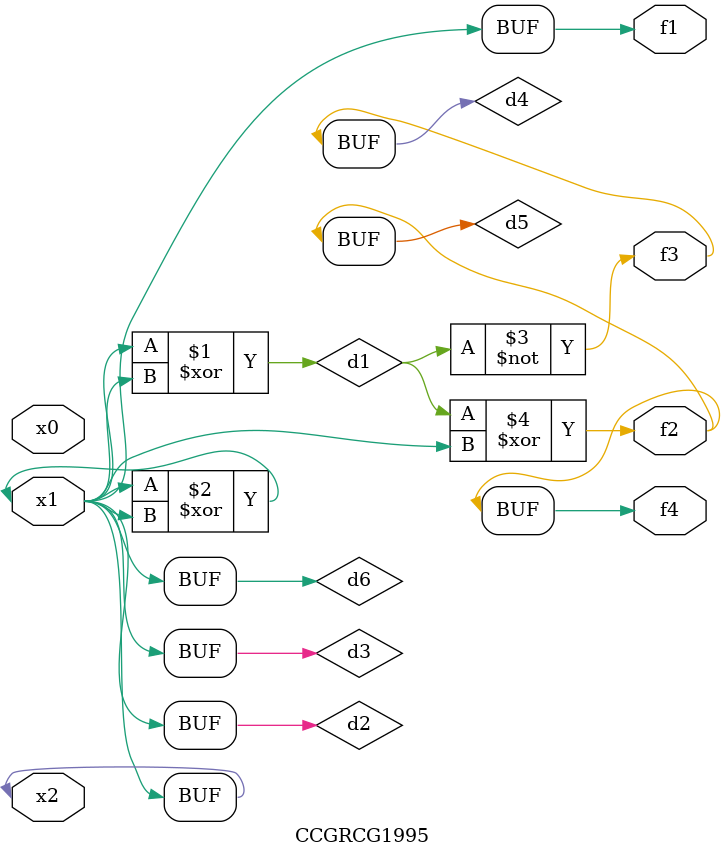
<source format=v>
module CCGRCG1995(
	input x0, x1, x2,
	output f1, f2, f3, f4
);

	wire d1, d2, d3, d4, d5, d6;

	xor (d1, x1, x2);
	buf (d2, x1, x2);
	xor (d3, x1, x2);
	nor (d4, d1);
	xor (d5, d1, d2);
	buf (d6, d2, d3);
	assign f1 = d6;
	assign f2 = d5;
	assign f3 = d4;
	assign f4 = d5;
endmodule

</source>
